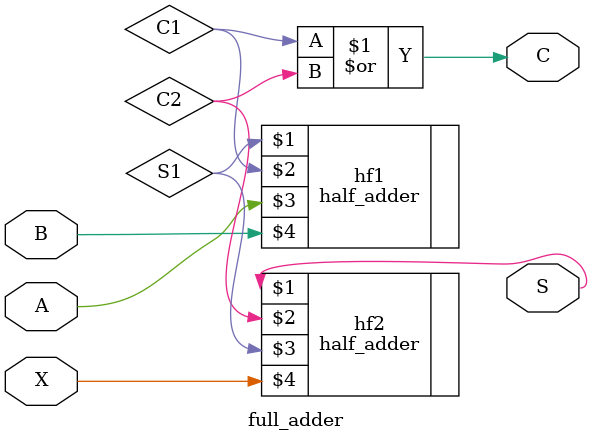
<source format=v>
module full_adder(S, C, A, B, X);

	input A, B, X;
	output S, C;

	wire S1, C1, C2;

	half_adder hf1(S1, C1,  A, B);
	half_adder hf2(S, C2, S1, X);

	or G1(C, C1, C2);

endmodule

</source>
